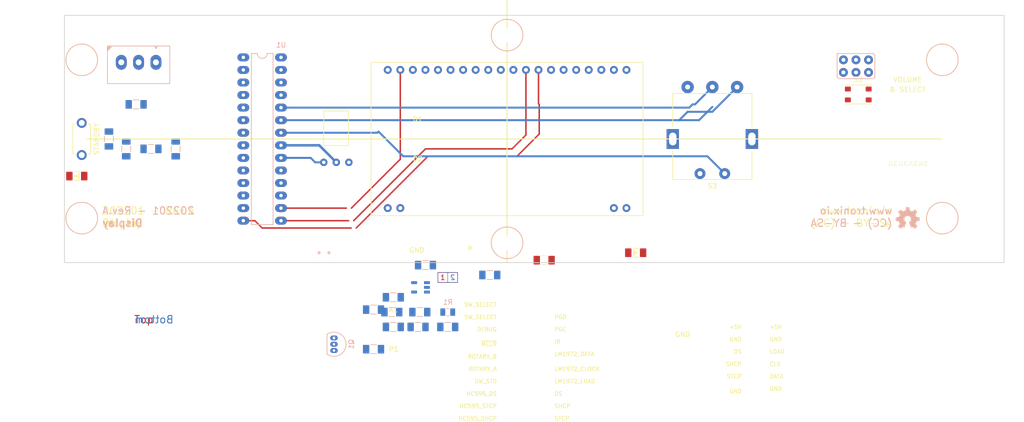
<source format=kicad_pcb>
(kicad_pcb (version 20211014) (generator pcbnew)
  (title_block (title "DISPLAY") (date "01/2022") (rev "A"))
  (layers (0 "F.Cu" signal) (31 "B.Cu" signal) (34 "B.Paste" user) (35 "F.Paste" user) (36 "B.SilkS" user "B.Silkscreen") (37 "F.SilkS" user "F.Silkscreen") (38 "B.Mask" user) (39 "F.Mask" user) (44 "Edge.Cuts" user))
  (net 0 "")
  (net 1 "GND")
  (net 2 "ROTARY_A")
  (net 3 "ROTARY_B")
  (net 4 "+5V")
  (net 5 "~{MCLR}")
  (net 6 "PGD")
  (net 7 "PGC")
  (net 9 "IR_RECEIVER")
  (net 10 "+3V3")
  (net 11 "Net-(C1-Pad2)")
  (net 12 "Net-(C2-Pad1)")
  (net 13 "Net-(C2-Pad2)")
  (net 14 "Net-(C4-Pad1)")
  (net 15 "PSU STANDBY")
  (net 16 "Net-(C9-Pad1)")
  (net 17 "Net-(R3-Pad1)")
  (net 18 "Net-(LCD1-Pad1)")
  (net 19 "Net-(LCD1-Pad19)")
  (net 20 "MOSI")
  (net 21 "CLK")
  (net 22 "Net-(S1-Pad2)")
  (net 23 "ROTARY_SWITCH")
  (net 24 "RS")
  (net 25 "Net-(Q1-Pad2)")
  (net 26 "Net-(LED1-Pad2)")
  (net 27 "Net-(LED2-Pad2)")
  (net 28 "Net-(R4-Pad2)")
  (net 29 "Net-(R5-Pad2)")
  (net 30 "BACKLIGHT")
  (footprint "tronixio:CAPACITOR-SMD-1206" (layer "F.Cu") (at 158.5 85.5)
    (fp_text reference "C8" hide)
    (fp_text value "1µ")
    (pad "1" smd roundrect (at -1.5 0) (size 1.3 1.75) (layers "F.Cu" "F.Paste" "F.Mask") (roundrect_rratio 0.1) (net 1 "GND"))
    (pad "2" smd roundrect (at 1.5 0) (size 1.3 1.75) (layers "F.Cu" "F.Paste" "F.Mask") (roundrect_rratio 0.1) (net 10 "+3V3"))
  )
  (footprint "tronixio:MOUNTING-HOLE-3MM-MASK" (layer "F.Cu") (at 151 82)
    (fp_text reference "H2" hide)
    (fp_text value "MOUNTING-HOLE-3MM-MASK" hide)
    (pad "" np_thru_hole circle (at 0 0) (size 3 3) (drill 3) (layers F&B.Cu *.Mask) (clearance 1.5))
  )
  (footprint "tronixio:MOUNTING-HOLE-3MM-MASK" (layer "F.Cu") (at 239 45)
    (fp_text reference "H4" hide)
    (fp_text value "MOUNTING-HOLE-3MM-MASK" hide)
    (pad "" np_thru_hole circle (at 0 0) (size 3 3) (drill 3) (layers F&B.Cu *.Mask) (clearance 1.5))
  )
  (footprint "tronixio:VISHAY-MINICAST-HORIZONTAL" (layer "F.Cu") (at 113.93 65.725)
    (fp_text reference "IR1")
    (fp_text value "TSOP18438")
    (pad "1" thru_hole circle (at 0 0) (size 1.5 1.5) (drill 0.7) (layers *.Cu *.Mask) (net 9 "IR_RECEIVER"))
    (pad "2" thru_hole circle (at 2.54 0) (size 1.5 1.5) (drill 0.7) (layers *.Cu *.Mask) (net 1 "GND"))
    (pad "3" thru_hole circle (at 5.08 0) (size 1.5 1.5) (drill 0.7) (layers *.Cu *.Mask) (net 16 "Net-(C9-Pad1)"))
  )
  (footprint "tronixio:MOUNTING-HOLE-3MM-MASK" (layer "F.Cu") (at 65 77)
    (fp_text reference "H1" hide)
    (fp_text value "MOUNTING-HOLE-3MM-MASK" hide)
    (pad "" np_thru_hole circle (at 0 0) (size 3 3) (drill 3) (layers F&B.Cu *.Mask) (clearance 1.5))
  )
  (footprint "tronixio:MOUNTING-HOLE-3MM-MASK" (layer "F.Cu") (at 151 40)
    (fp_text reference "H5" hide)
    (fp_text value "MOUNTING-HOLE-3MM-MASK" hide)
    (pad "" np_thru_hole circle (at 0 0) (size 3 3) (drill 3) (layers F&B.Cu *.Mask) (clearance 1.5))
  )
  (footprint "tronixio:BOURNS-PEC16-SWITCH" (layer "F.Cu") (at 192.5 61 180)
    (fp_text reference "S3" (at 0 -9.5) (layer "F.SilkS"))
    (fp_text value "VOLUME / MUTE")
    (pad "1" thru_hole circle (at -5 10.5 180) (size 2.5 2.5) (drill 1) (layers *.Cu *.Mask) (net 2 "ROTARY_A"))
    (pad "2" thru_hole circle (at 5 10.5 180) (size 2.5 2.5) (drill 1) (layers *.Cu *.Mask) (net 1 "GND"))
    (pad "2" thru_hole rect (at 8 0 180) (size 2.5 4) (drill oval 1.5 2.6) (layers *.Cu *.Mask) (net 1 "GND"))
    (pad "2" thru_hole rect (at -8 0 180) (size 2.5 4) (drill oval 1.5 2.6) (layers *.Cu *.Mask) (net 1 "GND"))
    (pad "3" thru_hole circle (at 0 10.5 180) (size 2.5 2.5) (drill 1) (layers *.Cu *.Mask) (net 3 "ROTARY_B"))
    (pad "4" thru_hole circle (at 2.5 -7 180) (size 2.2 2.2) (drill 1) (layers *.Cu *.Mask) (net 1 "GND"))
    (pad "5" thru_hole circle (at -2.5 -7 180) (size 2.2 2.2) (drill 1) (layers *.Cu *.Mask) (net 23 "ROTARY_SWITCH"))
  )
  (footprint "tronixioZZZ:EA-DOGMXXX-A" (layer "F.Cu") (at 151 61)
    (fp_text reference "LCD1" hide)
    (fp_text value "EA-DOGM081S-A")
    (pad "1" thru_hole circle (at -24.13 13.97) (size 1.6 1.6) (drill 0.8) (layers *.Mask "F.Cu" "In1.Cu" "B.Cu") (net 18 "Net-(LCD1-Pad1)"))
    (pad "2" thru_hole circle (at -21.59 13.97) (size 1.6 1.6) (drill 0.8) (layers *.Mask "F.Cu" "In1.Cu" "B.Cu") (net 19 "Net-(LCD1-Pad19)"))
    (pad "19" thru_hole circle (at 21.59 13.97) (size 1.6 1.6) (drill 0.8) (layers *.Mask "F.Cu" "In1.Cu" "B.Cu") (net 19 "Net-(LCD1-Pad19)"))
    (pad "20" thru_hole circle (at 24.13 13.97) (size 1.6 1.6) (drill 0.8) (layers *.Mask "F.Cu" "In1.Cu" "B.Cu") (net 18 "Net-(LCD1-Pad1)"))
    (pad "21" thru_hole circle (at 24.13 -13.97) (size 1.6 1.6) (drill 0.8) (layers *.Mask "F.Cu" "In1.Cu" "B.Cu") (net 12 "Net-(C2-Pad1)"))
    (pad "22" thru_hole circle (at 21.59 -13.97) (size 1.6 1.6) (drill 0.8) (layers *.Mask "F.Cu" "In1.Cu" "B.Cu") (net 13 "Net-(C2-Pad2)"))
    (pad "23" thru_hole circle (at 19.05 -13.97) (size 1.6 1.6) (drill 0.8) (layers *.Mask "F.Cu" "In1.Cu" "B.Cu") (net 1 "GND"))
    (pad "24" thru_hole circle (at 16.51 -13.97) (size 1.6 1.6) (drill 0.8) (layers *.Mask "F.Cu" "In1.Cu" "B.Cu") (net 11 "Net-(C1-Pad2)"))
    (pad "25" thru_hole circle (at 13.97 -13.97) (size 1.6 1.6) (drill 0.8) (layers *.Mask "F.Cu" "In1.Cu" "B.Cu") (net 10 "+3V3"))
    (pad "26" thru_hole circle (at 11.43 -13.97) (size 1.6 1.6) (drill 0.8) (layers *.Mask "F.Cu" "In1.Cu" "B.Cu") (net 10 "+3V3"))
    (pad "27" thru_hole circle (at 8.89 -13.97) (size 1.6 1.6) (drill 0.8) (layers *.Mask "F.Cu" "In1.Cu" "B.Cu") (net 1 "GND"))
    (pad "28" thru_hole circle (at 6.35 -13.97) (size 1.6 1.6) (drill 0.8) (layers *.Mask "F.Cu" "In1.Cu" "B.Cu") (net 20 "MOSI"))
    (pad "29" thru_hole circle (at 3.81 -13.97) (size 1.6 1.6) (drill 0.8) (layers *.Mask "F.Cu" "In1.Cu" "B.Cu") (net 21 "CLK"))
    (pad "30" thru_hole circle (at 1.27 -13.97) (size 1.6 1.6) (drill 0.8) (layers *.Mask "F.Cu" "In1.Cu" "B.Cu") (net 10 "+3V3"))
    (pad "31" thru_hole circle (at -1.27 -13.97) (size 1.6 1.6) (drill 0.8) (layers *.Mask "F.Cu" "In1.Cu" "B.Cu") (net 10 "+3V3"))
    (pad "32" thru_hole circle (at -3.81 -13.97) (size 1.6 1.6) (drill 0.8) (layers *.Mask "F.Cu" "In1.Cu" "B.Cu") (net 10 "+3V3"))
    (pad "33" thru_hole circle (at -6.35 -13.97) (size 1.6 1.6) (drill 0.8) (layers *.Mask "F.Cu" "In1.Cu" "B.Cu") (net 10 "+3V3"))
    (pad "34" thru_hole circle (at -8.89 -13.97) (size 1.6 1.6) (drill 0.8) (layers *.Mask "F.Cu" "In1.Cu" "B.Cu") (net 10 "+3V3"))
    (pad "35" thru_hole circle (at -11.43 -13.97) (size 1.6 1.6) (drill 0.8) (layers *.Mask "F.Cu" "In1.Cu" "B.Cu") (net 10 "+3V3"))
    (pad "36" thru_hole circle (at -13.97 -13.97) (size 1.6 1.6) (drill 0.8) (layers *.Mask "F.Cu" "In1.Cu" "B.Cu") (net 10 "+3V3"))
    (pad "37" thru_hole circle (at -16.51 -13.97) (size 1.6 1.6) (drill 0.8) (layers *.Mask "F.Cu" "In1.Cu" "B.Cu") (net 1 "GND"))
    (pad "38" thru_hole circle (at -19.05 -13.97) (size 1.6 1.6) (drill 0.8) (layers *.Mask "F.Cu" "In1.Cu" "B.Cu") (net 1 "GND"))
    (pad "39" thru_hole circle (at -21.59 -13.97) (size 1.6 1.6) (drill 0.8) (layers *.Mask "F.Cu" "In1.Cu" "B.Cu") (net 24 "RS"))
    (pad "40" thru_hole circle (at -24.13 -13.97) (size 1.6 1.6) (drill 0.8) (layers *.Mask "F.Cu" "In1.Cu" "B.Cu") (net 14 "Net-(C4-Pad1)"))
  )
  (footprint "tronixio:MOUNTING-HOLE-3MM-MASK" (layer "F.Cu") (at 239 77)
    (fp_text reference "H3" hide)
    (fp_text value "MOUNTING-HOLE-3MM-MASK" hide)
    (pad "" np_thru_hole circle (at 0 0) (size 3 3) (drill 3) (layers F&B.Cu *.Mask) (clearance 1.5))
  )
  (footprint "tronixio:MOUNTING-HOLE-3MM-MASK" (layer "F.Cu") (at 65 45)
    (fp_text reference "H6" hide)
    (fp_text value "MOUNTING-HOLE-3MM-MASK" hide)
    (pad "" np_thru_hole circle (at 0 0) (size 3 3) (drill 3) (layers F&B.Cu *.Mask) (clearance 1.5))
  )
  (footprint "tronixio:CK-PTS635S-TH" (layer "F.Cu") (at 65 61 90)
    (fp_text reference "S1")
    (fp_text value "Standby")
    (pad "1" thru_hole circle (at -3.25 0 90) (size 2 2) (drill 1.2) (layers *.Cu *.Mask) (net 1 "GND"))
    (pad "2" thru_hole circle (at 3.25 0 90) (size 2 2) (drill 1.2) (layers *.Cu *.Mask) (net 22 "Net-(S1-Pad2)"))
  )
  (footprint "tronixio:LED-SMD-1206" (layer "F.Cu") (at 177 84 180)
    (fp_text reference "LED2")
    (fp_text value "Debug")
    (pad "1" smd roundrect (at -1.5 0 180) (size 1.3 1.75) (layers "F.Cu" "F.Paste" "F.Mask") (roundrect_rratio 0.1) (net 1 "GND"))
    (pad "2" smd roundrect (at 1.5 0 180) (size 1.3 1.75) (layers "F.Cu" "F.Paste" "F.Mask") (roundrect_rratio 0.1) (net 27 "Net-(LED2-Pad2)"))
  )
  (footprint "tronixio:ALPS-SKRPAC" (layer "F.Cu") (at 222 52)
    (fp_text reference "S2" (at 0 -3) (layer "F.SilkS"))
    (fp_text value "Reset")
    (pad "1" smd roundrect (at -2.1 1.1) (size 1.2 1) (layers "F.Cu" "F.Paste" "F.Mask") (roundrect_rratio 0.15) (net 1 "GND"))
    (pad "2" smd roundrect (at 2.1 1.1) (size 1.2 1) (layers "F.Cu" "F.Paste" "F.Mask") (roundrect_rratio 0.15) (net 1 "GND"))
    (pad "3" smd roundrect (at 2.1 -1.1) (size 1.2 1) (layers "F.Cu" "F.Paste" "F.Mask") (roundrect_rratio 0.15) (net 17 "Net-(R3-Pad1)"))
    (pad "4" smd roundrect (at -2.1 -1.1) (size 1.2 1) (layers "F.Cu" "F.Paste" "F.Mask") (roundrect_rratio 0.15) (net 17 "Net-(R3-Pad1)"))
  )
  (footprint "tronixio:LED-SMD-1206" (layer "F.Cu") (at 64 68.5)
    (fp_text reference "LED1" hide)
    (fp_text value "Standby")
    (pad "1" smd roundrect (at -1.5 0) (size 1.3 1.75) (layers "F.Cu" "F.Paste" "F.Mask") (roundrect_rratio 0.1) (net 1 "GND"))
    (pad "2" smd roundrect (at 1.5 0) (size 1.3 1.75) (layers "F.Cu" "F.Paste" "F.Mask") (roundrect_rratio 0.1) (net 26 "Net-(LED1-Pad2)"))
  )
  (footprint "tronixio:OSHW-5MM" (layer "F.Cu") (at 232 77)
    (fp_text reference "GB" hide)
    (fp_text value "LOGO" hide)
  )
  (footprint "tronixio:CAPACITOR-SMD-1206" (layer "B.Cu") (at 128 99 180)
    (fp_text reference "C1")
    (fp_text value "1µ")
    (pad "1" smd roundrect (at -1.5 0 180) (size 1.3 1.75) (layers "B.Cu" "B.Paste" "B.Mask") (roundrect_rratio 0.1) (net 10 "+3V3"))
    (pad "2" smd roundrect (at 1.5 0 180) (size 1.3 1.75) (layers "B.Cu" "B.Paste" "B.Mask") (roundrect_rratio 0.1) (net 11 "Net-(C1-Pad2)"))
  )
  (footprint "tronixio:CAPACITOR-SMD-1206" (layer "B.Cu") (at 133 99 180)
    (fp_text reference "C5")
    (fp_text value "100n")
    (pad "1" smd roundrect (at -1.5 0 180) (size 1.3 1.75) (layers "B.Cu" "B.Paste" "B.Mask") (roundrect_rratio 0.1) (net 10 "+3V3"))
    (pad "2" smd roundrect (at 1.5 0 180) (size 1.3 1.75) (layers "B.Cu" "B.Paste" "B.Mask") (roundrect_rratio 0.1) (net 1 "GND"))
  )
  (footprint "tronixio:OSHW-5MM" (layer "B.Cu") (at 232 77 180)
    (fp_text reference "GT" hide)
    (fp_text value "LOGO" hide)
  )
  (footprint "tronixio:RESISTOR-SMD-1206" (layer "B.Cu") (at 127.7 96 180)
    (fp_text reference "R2")
    (fp_text value "10K")
    (pad "1" smd roundrect (at -1.5 0 180) (size 1.3 1.75) (layers "B.Cu" "B.Paste" "B.Mask") (roundrect_rratio 0.1) (net 14 "Net-(C4-Pad1)"))
    (pad "2" smd roundrect (at 1.5 0 180) (size 1.3 1.75) (layers "B.Cu" "B.Paste" "B.Mask") (roundrect_rratio 0.1) (net 10 "+3V3"))
  )
  (footprint "tronixio:RESISTOR-SMD-1206" (layer "B.Cu") (at 134.5 86.5 180)
    (fp_text reference "R6")
    (fp_text value "4K7")
    (pad "1" smd roundrect (at -1.5 0 180) (size 1.3 1.75) (layers "B.Cu" "B.Paste" "B.Mask") (roundrect_rratio 0.1) (net 25 "Net-(Q1-Pad2)"))
    (pad "2" smd roundrect (at 1.5 0 180) (size 1.3 1.75) (layers "B.Cu" "B.Paste" "B.Mask") (roundrect_rratio 0.1) (net 30 "BACKLIGHT"))
  )
  (footprint "tronixio:RESISTOR-SMD-1206" (layer "B.Cu") (at 70.5 61 90)
    (fp_text reference "R7")
    (fp_text value "10K")
    (pad "1" smd roundrect (at -1.5 0 90) (size 1.3 1.75) (layers "B.Cu" "B.Paste" "B.Mask") (roundrect_rratio 0.1) (net 1 "GND"))
    (pad "2" smd roundrect (at 1.5 0 90) (size 1.3 1.75) (layers "B.Cu" "B.Paste" "B.Mask") (roundrect_rratio 0.1) (net 25 "Net-(Q1-Pad2)"))
  )
  (footprint "tronixio:CAPACITOR-SMD-1206" (layer "B.Cu") (at 128 93 180)
    (fp_text reference "C6")
    (fp_text value "100n")
    (pad "1" smd roundrect (at -1.5 0 180) (size 1.3 1.75) (layers "B.Cu" "B.Paste" "B.Mask") (roundrect_rratio 0.1) (net 4 "+5V"))
    (pad "2" smd roundrect (at 1.5 0 180) (size 1.3 1.75) (layers "B.Cu" "B.Paste" "B.Mask") (roundrect_rratio 0.1) (net 1 "GND"))
  )
  (footprint "tronixio:RESISTOR-SMD-1206" (layer "B.Cu") (at 74 63 -90)
    (fp_text reference "R8")
    (fp_text value "10Ω")
    (pad "1" smd roundrect (at -1.5 0 270) (size 1.3 1.75) (layers "B.Cu" "B.Paste" "B.Mask") (roundrect_rratio 0.1) (net 16 "Net-(C9-Pad1)"))
    (pad "2" smd roundrect (at 1.5 0 270) (size 1.3 1.75) (layers "B.Cu" "B.Paste" "B.Mask") (roundrect_rratio 0.1) (net 10 "+3V3"))
  )
  (footprint "tronixio:MOLEX-532580329" (layer "B.Cu") (at 80 45.5 180)
    (fp_text reference "K2" hide)
    (fp_text value "+5V")
    (pad "1" thru_hole oval (at 0 0 180) (size 2.2 3) (drill 1.2) (layers *.Cu *.Mask) (net 1 "GND"))
    (pad "2" thru_hole oval (at 3.5 0 180) (size 2.2 3) (drill 1.2) (layers *.Cu *.Mask) (net 15 "PSU STANDBY"))
    (pad "3" thru_hole oval (at 7 0 180) (size 2.2 3) (drill 1.2) (layers *.Cu *.Mask) (net 4 "+5V"))
  )
  (footprint "tronixio:TO-92-INLINE" (layer "B.Cu") (at 116 102.5 90)
    (fp_text reference "Q1" (at 0 3.5 270) (layer "B.SilkS") (effects (justify mirror)))
    (fp_text value "BC546")
    (pad "1" thru_hole oval (at -1.27 0 90) (size 1 1.5) (drill 0.5) (layers *.Cu *.Mask) (net 19 "Net-(LCD1-Pad19)"))
    (pad "2" thru_hole oval (at 0 0 90) (size 1 1.5) (drill 0.5) (layers *.Cu *.Mask) (net 25 "Net-(Q1-Pad2)"))
    (pad "3" thru_hole oval (at 1.27 0 90) (size 1 1.5) (drill 0.5) (layers *.Cu *.Mask) (net 1 "GND"))
  )
  (footprint "tronixio:DIP-28-W762" (layer "B.Cu") (at 105.29 44.5 180)
    (fp_text reference "U1" (at 0 2.5) (layer "B.SilkS") (effects (justify mirror)))
    (fp_text value "PIC16F18856")
    (pad "1" thru_hole oval (at 0 0 180) (size 2.4 1.6) (drill 0.7) (layers *.Cu *.Mask) (net 17 "Net-(R3-Pad1)"))
    (pad "2" thru_hole oval (at 0 -2.54 180) (size 2.4 1.6) (drill 0.7) (layers *.Cu *.Mask) (net 22 "Net-(S1-Pad2)"))
    (pad "3" thru_hole oval (at 0 -5.08 180) (size 2.4 1.6) (drill 0.7) (layers *.Cu *.Mask) (net 28 "Net-(R4-Pad2)"))
    (pad "4" thru_hole oval (at 0 -7.62 180) (size 2.4 1.6) (drill 0.7) (layers *.Cu *.Mask) (net 15 "PSU STANDBY"))
    (pad "5" thru_hole oval (at 0 -10.16 180) (size 2.4 1.6) (drill 0.7) (layers *.Cu *.Mask) (net 3 "ROTARY_B"))
    (pad "6" thru_hole oval (at 0 -12.7 180) (size 2.4 1.6) (drill 0.7) (layers *.Cu *.Mask) (net 2 "ROTARY_A"))
    (pad "7" thru_hole oval (at 0 -15.24 180) (size 2.4 1.6) (drill 0.7) (layers *.Cu *.Mask) (net 23 "ROTARY_SWITCH"))
    (pad "8" thru_hole oval (at 0 -17.78 180) (size 2.4 1.6) (drill 0.7) (layers *.Cu *.Mask) (net 1 "GND"))
    (pad "9" thru_hole oval (at 0 -20.32 180) (size 2.4 1.6) (drill 0.7) (layers *.Cu *.Mask) (net 9 "IR_RECEIVER"))
    (pad "10" thru_hole oval (at 0 -22.86 180) (size 2.4 1.6) (drill 0.7) (layers *.Cu *.Mask) (net 29 "Net-(R5-Pad2)"))
    (pad "11" thru_hole oval (at 0 -25.4 180) (size 2.4 1.6) (drill 0.7) (layers *.Cu *.Mask))
    (pad "12" thru_hole oval (at 0 -27.94 180) (size 2.4 1.6) (drill 0.7) (layers *.Cu *.Mask) (net 30 "BACKLIGHT"))
    (pad "13" thru_hole oval (at 0 -30.48 180) (size 2.4 1.6) (drill 0.7) (layers *.Cu *.Mask) (net 24 "RS"))
    (pad "14" thru_hole oval (at 0 -33.02 180) (size 2.4 1.6) (drill 0.7) (layers *.Cu *.Mask) (net 21 "CLK"))
    (pad "15" thru_hole oval (at 7.62 -33.02 180) (size 2.4 1.6) (drill 0.7) (layers *.Cu *.Mask) (net 20 "MOSI"))
    (pad "16" thru_hole oval (at 7.62 -30.48 180) (size 2.4 1.6) (drill 0.7) (layers *.Cu *.Mask))
    (pad "17" thru_hole oval (at 7.62 -27.94 180) (size 2.4 1.6) (drill 0.7) (layers *.Cu *.Mask))
    (pad "18" thru_hole oval (at 7.62 -25.4 180) (size 2.4 1.6) (drill 0.7) (layers *.Cu *.Mask))
    (pad "19" thru_hole oval (at 7.62 -22.86 180) (size 2.4 1.6) (drill 0.7) (layers *.Cu *.Mask) (net 1 "GND"))
    (pad "20" thru_hole oval (at 7.62 -20.32 180) (size 2.4 1.6) (drill 0.7) (layers *.Cu *.Mask) (net 10 "+3V3"))
    (pad "21" thru_hole oval (at 7.62 -17.78 180) (size 2.4 1.6) (drill 0.7) (layers *.Cu *.Mask))
    (pad "22" thru_hole oval (at 7.62 -15.24 180) (size 2.4 1.6) (drill 0.7) (layers *.Cu *.Mask))
    (pad "23" thru_hole oval (at 7.62 -12.7 180) (size 2.4 1.6) (drill 0.7) (layers *.Cu *.Mask))
    (pad "24" thru_hole oval (at 7.62 -10.16 180) (size 2.4 1.6) (drill 0.7) (layers *.Cu *.Mask))
    (pad "25" thru_hole oval (at 7.62 -7.62 180) (size 2.4 1.6) (drill 0.7) (layers *.Cu *.Mask))
    (pad "26" thru_hole oval (at 7.62 -5.08 180) (size 2.4 1.6) (drill 0.7) (layers *.Cu *.Mask))
    (pad "27" thru_hole oval (at 7.62 -2.54 180) (size 2.4 1.6) (drill 0.7) (layers *.Cu *.Mask) (net 7 "PGC"))
    (pad "28" thru_hole oval (at 7.62 0 180) (size 2.4 1.6) (drill 0.7) (layers *.Cu *.Mask) (net 6 "PGD"))
  )
  (footprint "tronixio:CAPACITOR-SMD-1206" (layer "B.Cu") (at 133.35 96 180)
    (fp_text reference "C3")
    (fp_text value "100n")
    (pad "1" smd roundrect (at -1.5 0 180) (size 1.3 1.75) (layers "B.Cu" "B.Paste" "B.Mask") (roundrect_rratio 0.1) (net 10 "+3V3"))
    (pad "2" smd roundrect (at 1.5 0 180) (size 1.3 1.75) (layers "B.Cu" "B.Paste" "B.Mask") (roundrect_rratio 0.1) (net 1 "GND"))
  )
  (footprint "tronixio:RESISTOR-SMD-1206" (layer "B.Cu") (at 147.5 88.5 180)
    (fp_text reference "R5")
    (fp_text value "4K7")
    (pad "1" smd roundrect (at -1.5 0 180) (size 1.3 1.75) (layers "B.Cu" "B.Paste" "B.Mask") (roundrect_rratio 0.1) (net 27 "Net-(LED2-Pad2)"))
    (pad "2" smd roundrect (at 1.5 0 180) (size 1.3 1.75) (layers "B.Cu" "B.Paste" "B.Mask") (roundrect_rratio 0.1) (net 29 "Net-(R5-Pad2)"))
  )
  (footprint "tronixio:CAPACITOR-SMD-1206" (layer "B.Cu") (at 139 99 180)
    (fp_text reference "C2")
    (fp_text value "1µ")
    (pad "1" smd roundrect (at -1.5 0 180) (size 1.3 1.75) (layers "B.Cu" "B.Paste" "B.Mask") (roundrect_rratio 0.1) (net 12 "Net-(C2-Pad1)"))
    (pad "2" smd roundrect (at 1.5 0 180) (size 1.3 1.75) (layers "B.Cu" "B.Paste" "B.Mask") (roundrect_rratio 0.1) (net 13 "Net-(C2-Pad2)"))
  )
  (footprint "tronixio:HARWIN-M20-998034x" (layer "B.Cu") (at 219 45 -90)
    (fp_text reference "K1")
    (fp_text value "ICSP")
    (pad "1" thru_hole circle locked (at 0 0 270) (size 1.8 1.8) (drill 0.8) (layers *.Cu *.Mask) (net 5 "~{MCLR}"))
    (pad "2" thru_hole circle (at 2.54 0 270) (size 1.8 1.8) (drill 0.8) (layers *.Cu *.Mask) (net 10 "+3V3"))
    (pad "3" thru_hole circle (at 0 -2.54 270) (size 1.8 1.8) (drill 0.8) (layers *.Cu *.Mask) (net 1 "GND"))
    (pad "4" thru_hole circle (at 2.54 -2.54 270) (size 1.8 1.8) (drill 0.8) (layers *.Cu *.Mask) (net 6 "PGD"))
    (pad "5" thru_hole circle (at 0 -5.08 270) (size 1.8 1.8) (drill 0.8) (layers *.Cu *.Mask) (net 7 "PGC"))
    (pad "6" thru_hole circle (at 2.54 -5.08 270) (size 1.8 1.8) (drill 0.8) (layers *.Cu *.Mask))
  )
  (footprint "tronixio:SOT-23-5" (layer "B.Cu") (at 133.5 91 180)
    (fp_text reference "U2" hide)
    (fp_text value "BU33SD5WG")
    (pad "1" smd roundrect (at -1.3 0.95 180) (size 1.2 0.6) (layers "B.Cu" "B.Paste" "B.Mask") (roundrect_rratio 0.15) (net 4 "+5V"))
    (pad "2" smd roundrect (at -1.3 0 180) (size 1.2 0.6) (layers "B.Cu" "B.Paste" "B.Mask") (roundrect_rratio 0.15) (net 1 "GND"))
    (pad "3" smd roundrect (at -1.3 -0.95 180) (size 1.2 0.6) (layers "B.Cu" "B.Paste" "B.Mask") (roundrect_rratio 0.15) (net 4 "+5V"))
    (pad "4" smd roundrect (at 1.3 -0.95 180) (size 1.2 0.6) (layers "B.Cu" "B.Paste" "B.Mask") (roundrect_rratio 0.15))
    (pad "5" smd roundrect (at 1.3 0.95 180) (size 1.2 0.6) (layers "B.Cu" "B.Paste" "B.Mask") (roundrect_rratio 0.15) (net 10 "+3V3"))
  )
  (footprint "tronixio:CAPACITOR-SMD-1206" (layer "B.Cu") (at 79 63 180)
    (fp_text reference "C7" hide)
    (fp_text value "1µ")
    (pad "1" smd roundrect (at -1.5 0 180) (size 1.3 1.75) (layers "B.Cu" "B.Paste" "B.Mask") (roundrect_rratio 0.1) (net 1 "GND"))
    (pad "2" smd roundrect (at 1.5 0 180) (size 1.3 1.75) (layers "B.Cu" "B.Paste" "B.Mask") (roundrect_rratio 0.1) (net 4 "+5V"))
  )
  (footprint "tronixio:CAPACITOR-SMD-1206" (layer "B.Cu") (at 76 54)
    (fp_text reference "C4" hide)
    (fp_text value "10n")
    (pad "1" smd roundrect (at -1.5 0) (size 1.3 1.75) (layers "B.Cu" "B.Paste" "B.Mask") (roundrect_rratio 0.1) (net 14 "Net-(C4-Pad1)"))
    (pad "2" smd roundrect (at 1.5 0) (size 1.3 1.75) (layers "B.Cu" "B.Paste" "B.Mask") (roundrect_rratio 0.1) (net 1 "GND"))
  )
  (footprint "tronixio:RESISTOR-SMD-1206" (layer "B.Cu") (at 84 63 90)
    (fp_text reference "R9")
    (fp_text value "10K")
    (pad "1" smd roundrect (at -1.5 0 90) (size 1.3 1.75) (layers "B.Cu" "B.Paste" "B.Mask") (roundrect_rratio 0.1) (net 9 "IR_RECEIVER"))
    (pad "2" smd roundrect (at 1.5 0 90) (size 1.3 1.75) (layers "B.Cu" "B.Paste" "B.Mask") (roundrect_rratio 0.1) (net 16 "Net-(C9-Pad1)"))
  )
  (footprint "tronixio:RESISTOR-SMD-0805" (layer "B.Cu") (at 139 96 180)
    (fp_text reference "R1" (at 0 2) (layer "B.SilkS") (effects (justify mirror)))
    (fp_text value "27Ω")
    (pad "1" smd roundrect (at -1 0 180) (size 1 1.5) (layers "B.Cu" "B.Paste" "B.Mask") (roundrect_rratio 0.1) (net 18 "Net-(LCD1-Pad1)"))
    (pad "2" smd roundrect (at 1 0 180) (size 1 1.5) (layers "B.Cu" "B.Paste" "B.Mask") (roundrect_rratio 0.1) (net 4 "+5V"))
  )
  (footprint "tronixio:RESISTOR-SMD-1206" (layer "B.Cu") (at 124 95.5)
    (fp_text reference "R4")
    (fp_text value "4K7")
    (pad "1" smd roundrect (at -1.5 0) (size 1.3 1.75) (layers "B.Cu" "B.Paste" "B.Mask") (roundrect_rratio 0.1) (net 26 "Net-(LED1-Pad2)"))
    (pad "2" smd roundrect (at 1.5 0) (size 1.3 1.75) (layers "B.Cu" "B.Paste" "B.Mask") (roundrect_rratio 0.1) (net 28 "Net-(R4-Pad2)"))
  )
  (footprint "tronixio:RESISTOR-SMD-1206" (layer "B.Cu") (at 124 103.5)
    (fp_text reference "R3")
    (fp_text value "10K")
    (pad "1" smd roundrect (at -1.5 0) (size 1.3 1.75) (layers "B.Cu" "B.Paste" "B.Mask") (roundrect_rratio 0.1) (net 17 "Net-(R3-Pad1)"))
    (pad "2" smd roundrect (at 1.5 0) (size 1.3 1.75) (layers "B.Cu" "B.Paste" "B.Mask") (roundrect_rratio 0.1) (net 10 "+3V3"))
  )
  (gr_rect (start 137 90) (end 141 88) (layer "F.Cu") (width 0.1) (fill none))
  (gr_line (start 139 90) (end 139 88) (layer "F.Cu") (width 0.1))
  (gr_line (start 139 90) (end 139 88) (layer "B.Cu") (width 0.1))
  (gr_rect (start 137 90) (end 141 88) (layer "B.Cu") (width 0.1) (fill none))
  (gr_circle (center 114.98 84) (end 115.23 84) (layer "B.SilkS") (width 0.1) (fill solid))
  (gr_circle (center 112.98 84) (end 113.23 84) (layer "B.SilkS") (width 0.1) (fill solid))
  (gr_poly (pts (xy 143.25 83.5) (xy 143.25 82.5) (xy 144 83)) (layer "F.SilkS") (width 0.1) (fill solid))
  (gr_line (start 151 33) (end 151 86) (layer "F.SilkS") (width 0.2))
  (gr_line (start 66 61) (end 239 61) (layer "F.SilkS") (width 0.2))
  (gr_rect (start 61.5 86) (end 251.5 36) (layer "Edge.Cuts") (width 0.15) (fill none))
  (gr_text "Top" (at 75.5 97.5) (layer "F.Cu") (effects (font (size 1.5 1.5) (thickness 0.2)) (justify left)))
  (gr_text "1" (at 138 89) (layer "F.Cu") (effects (font (size 1 1))))
  (gr_text "2" (at 140 89) (layer "B.Cu") (effects (font (size 1 1)) (justify mirror)))
  (gr_text "Bottom" (at 75.5 97.5) (layer "B.Cu") (effects (font (size 1.5 1.5) (thickness 0.2)) (justify right mirror)))
  (gr_text "(CC) - BY-SA" (at 229 78) (layer "B.SilkS") (effects (font (size 1.5 1.5) (thickness 0.2)) (justify left mirror)))
  (gr_text "www.tronix.io" (at 229 75.5) (layer "B.SilkS") (effects (font (size 1.5 1.5) (thickness 0.2)) (justify left mirror)))
  (gr_text "202201 - Rev.A" (at 69 75.5) (layer "B.SilkS") (effects (font (size 1.5 1.5) (thickness 0.2)) (justify right mirror)))
  (gr_text "Display" (at 69 78) (layer "B.SilkS") (effects (font (size 1.5 1.5) (thickness 0.3)) (justify right mirror)))
  (gr_text "LM1972_LOAD" (at 160.5 110) (layer "F.SilkS") (effects (font (size 0.8 0.8)) (justify left)))
  (gr_text "A1" (at 127 95.5) (layer "F.SilkS") (effects (font (size 1 1)) (justify left)))
  (gr_text "DATA" (at 204 109) (layer "F.SilkS") (effects (font (size 0.8 0.8)) (justify left)))
  (gr_text "LM1972_CLOCK" (at 160.5 107.5) (layer "F.SilkS") (effects (font (size 0.8 0.8)) (justify left)))
  (gr_text "~{MCLR}" (at 149 102.5) (layer "F.SilkS") (effects (font (size 0.8 0.8)) (justify right)))
  (gr_text "PGD" (at 160.5 97) (layer "F.SilkS") (effects (font (size 0.8 0.8)) (justify left)))
  (gr_text "GND" (at 186.5 100.5) (layer "F.SilkS") (effects (font (size 1 1))))
  (gr_text "HC595_STCP" (at 149 115) (layer "F.SilkS") (effects (font (size 0.8 0.8)) (justify right)))
  (gr_text "VOLUME" (at 232 49) (layer "F.SilkS") (effects (font (size 1 1))))
  (gr_text "STANDBY" (at 68 61 90) (layer "F.SilkS") (effects (font (size 1 1))))
  (gr_text "JLCJLCJLCJLC" (at 232 66) (layer "F.SilkS") (effects (font (size 0.8 0.8) (thickness 0.1))))
  (gr_text "SW_STD" (at 149 110) (layer "F.SilkS") (effects (font (size 0.8 0.8)) (justify right)))
  (gr_text "GND" (at 204 111.5) (layer "F.SilkS") (effects (font (size 0.8 0.8)) (justify left)))
  (gr_text "& SELECT" (at 232 51) (layer "F.SilkS") (effects (font (size 1 1))))
  (gr_text "DS" (at 160.5 112.5) (layer "F.SilkS") (effects (font (size 0.8 0.8)) (justify left)))
  (gr_text "ROTARY_A" (at 149 107.5) (layer "F.SilkS") (effects (font (size 0.8 0.8)) (justify right)))
  (gr_text "GND" (at 204 101.5) (layer "F.SilkS") (effects (font (size 0.8 0.8)) (justify left)))
  (gr_text "+5V" (at 198.5 99) (layer "F.SilkS") (effects (font (size 0.8 0.8)) (justify right)))
  (gr_text "STCP" (at 198.5 109) (layer "F.SilkS") (effects (font (size 0.8 0.8)) (justify right)))
  (gr_text "LOAD" (at 204 104) (layer "F.SilkS") (effects (font (size 0.8 0.8)) (justify left)))
  (gr_text "CLK" (at 204 106.5) (layer "F.SilkS") (effects (font (size 0.8 0.8)) (justify left)))
  (gr_text "DEBUG" (at 149 99.5) (layer "F.SilkS") (effects (font (size 0.8 0.8)) (justify right)))
  (gr_text "HC595_DS" (at 149 112.5) (layer "F.SilkS") (effects (font (size 0.8 0.8)) (justify right)))
  (gr_text "SHCP" (at 160.5 115) (layer "F.SilkS") (effects (font (size 0.8 0.8)) (justify left)))
  (gr_text "202201 - Rev.A" (at 69 75.5) (layer "F.SilkS") (effects (font (size 1.5 1.5) (thickness 0.2)) (justify left)))
  (gr_text "+5V" (at 204 99) (layer "F.SilkS") (effects (font (size 0.8 0.8)) (justify left)))
  (gr_text "IR" (at 160.5 102) (layer "F.SilkS") (effects (font (size 0.8 0.8)) (justify left)))
  (gr_text "Display" (at 69 78) (layer "F.SilkS") (effects (font (size 1.5 1.5) (thickness 0.3)) (justify left)))
  (gr_text "STCP" (at 160.5 117.5) (layer "F.SilkS") (effects (font (size 0.8 0.8)) (justify left)))
  (gr_text "www.tronix.io" (at 229 75.5) (layer "F.SilkS") (effects (font (size 1.5 1.5) (thickness 0.2)) (justify right)))
  (gr_text "P1" (at 127 103.5) (layer "F.SilkS") (effects (font (size 1 1)) (justify left)))
  (gr_text "HC595_SHCP" (at 149 117.5) (layer "F.SilkS") (effects (font (size 0.8 0.8)) (justify right)))
  (gr_text "SW_SELECT" (at 149 97) (layer "F.SilkS") (effects (font (size 0.8 0.8)) (justify right)))
  (gr_text "SHCP" (at 198.5 106.5) (layer "F.SilkS") (effects (font (size 0.8 0.8)) (justify right)))
  (gr_text "SW_SELECT" (at 149 94.5) (layer "F.SilkS") (effects (font (size 0.8 0.8)) (justify right)))
  (gr_text "LM1972_DATA" (at 160.5 104.5) (layer "F.SilkS") (effects (font (size 0.8 0.8)) (justify left)))
  (gr_text "D1" (at 134 57) (layer "F.SilkS") (effects (font (size 1 1)) (justify right)))
  (gr_text "ROTARY_B" (at 149 105) (layer "F.SilkS") (effects (font (size 0.8 0.8)) (justify right)))
  (gr_text "GND" (at 132.75 83.5) (layer "F.SilkS") (effects (font (size 1 1))))
  (gr_text "GND" (at 198.5 112) (layer "F.SilkS") (effects (font (size 0.8 0.8)) (justify right)))
  (gr_text "(CC) - BY-SA" (at 229 78) (layer "F.SilkS") (effects (font (size 1.5 1.5) (thickness 0.2)) (justify right)))
  (gr_text "D2" (at 134 65) (layer "F.SilkS") (effects (font (size 1 1)) (justify right)))
  (gr_text "PGC" (at 160.5 99.5) (layer "F.SilkS") (effects (font (size 0.8 0.8)) (justify left)))
  (gr_text "GND" (at 198.5 101.5) (layer "F.SilkS") (effects (font (size 0.8 0.8)) (justify right)))
  (gr_text "DS" (at 198.5 104) (layer "F.SilkS") (effects (font (size 0.8 0.8)) (justify right)))
  (segment (start 105.29 62.28) (end 113.025 62.28) (width 0.5) (layer "B.Cu") (net 1))
  (segment (start 113.025 62.28) (end 116.47 65.725) (width 0.5) (layer "B.Cu") (net 1))
  (segment (start 185.8 57.2) (end 106.31 57.2) (width 0.4) (layer "B.Cu") (net 2))
  (segment (start 192.5 54.5) (end 189.8 57.2) (width 0.4) (layer "B.Cu") (net 2))
  (segment (start 187.5 55.5) (end 185.8 57.2) (width 0.4) (layer "B.Cu") (net 2))
  (segment (start 189.8 57.2) (end 185.8 57.2) (width 0.4) (layer "B.Cu") (net 2))
  (segment (start 192.5 55.5) (end 187.5 55.5) (width 0.4) (layer "B.Cu") (net 2))
  (segment (start 197.5 50.5) (end 192.5 55.5) (width 0.4) (layer "B.Cu") (net 2))
  (segment (start 187.84 54.66) (end 106.31 54.66) (width 0.4) (layer "B.Cu") (net 3))
  (segment (start 188.5 54) (end 187.84 54.66) (width 0.4) (layer "B.Cu") (net 3))
  (segment (start 192.5 50.5) (end 189 54) (width 0.4) (layer "B.Cu") (net 3))
  (segment (start 189 54) (end 188.5 54) (width 0.4) (layer "B.Cu") (net 3))
  (segment (start 111.3 64.82) (end 105.29 64.82) (width 0.4) (layer "B.Cu") (net 9))
  (segment (start 112.205 65.725) (end 111.3 64.82) (width 0.4) (layer "B.Cu") (net 9))
  (segment (start 113.93 65.725) (end 112.205 65.725) (width 0.4) (layer "B.Cu") (net 9))
  (segment (start 157.35 53.85) (end 157.35 47.03) (width 0.3) (layer "F.Cu") (net 20))
  (segment (start 135 64.5) (end 153 64.5) (width 0.3) (layer "F.Cu") (net 20))
  (segment (start 101.48 79) (end 119.48 79) (width 0.3) (layer "F.Cu") (net 20))
  (segment (start 120.5 79) (end 135 64.5) (width 0.3) (layer "F.Cu") (net 20))
  (segment (start 157.5 54) (end 157.35 53.85) (width 0.3) (layer "F.Cu") (net 20))
  (segment (start 97.67 77.52) (end 100 77.52) (width 0.3) (layer "F.Cu") (net 20))
  (segment (start 100 77.52) (end 101.48 79) (width 0.3) (layer "F.Cu") (net 20))
  (segment (start 157.5 60) (end 157.5 54) (width 0.3) (layer "F.Cu") (net 20))
  (segment (start 153 64.5) (end 157.5 60) (width 0.3) (layer "F.Cu") (net 20))
  (segment (start 134.5 63) (end 152 63) (width 0.3) (layer "F.Cu") (net 21))
  (segment (start 105.29 77.52) (end 118.96 77.52) (width 0.3) (layer "F.Cu") (net 21))
  (segment (start 119.98 77.52) (end 134.5 63) (width 0.3) (layer "F.Cu") (net 21))
  (segment (start 154.81 60.19) (end 154.81 47.03) (width 0.3) (layer "F.Cu") (net 21))
  (segment (start 152 63) (end 154.81 60.19) (width 0.3) (layer "F.Cu") (net 21))
  (segment (start 191.5 64.5) (end 130 64.5) (width 0.4) (layer "B.Cu") (net 23))
  (segment (start 125 59.5) (end 124.76 59.74) (width 0.4) (layer "B.Cu") (net 23))
  (segment (start 130 64.5) (end 125 59.5) (width 0.4) (layer "B.Cu") (net 23))
  (segment (start 124.76 59.74) (end 106.31 59.74) (width 0.4) (layer "B.Cu") (net 23))
  (segment (start 195 68) (end 191.5 64.5) (width 0.4) (layer "B.Cu") (net 23))
  (segment (start 105.29 74.98) (end 118.5 74.98) (width 0.3) (layer "F.Cu") (net 24))
  (segment (start 119.52 74.98) (end 129.41 65.09) (width 0.3) (layer "F.Cu") (net 24))
  (segment (start 129.41 65.09) (end 129.41 47.03) (width 0.3) (layer "F.Cu") (net 24))
)
</source>
